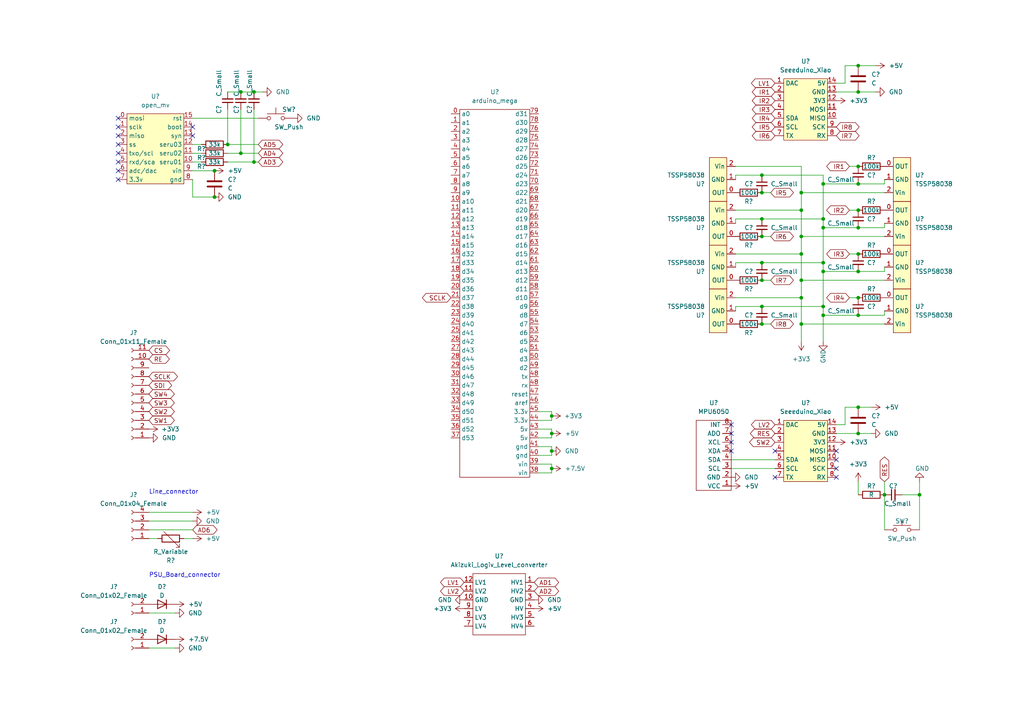
<source format=kicad_sch>
(kicad_sch (version 20211123) (generator eeschema)
  (paper "A4")
  (lib_symbols
    (symbol "Connector:Conn_01x02_Female" (pin_names (offset 1.016) hide)
      (property "Reference" "J" (at 0 2.54 0))
      (property "Value" "Conn_01x02_Female" (at 0 -5.08 0))
      (symbol "Conn_01x02_Female_1_1"
        (arc (start 0 -2.032) (mid -0.508 -2.54) (end 0 -3.048) (stroke (width 0.1524)))
        (polyline (pts (xy -1.27 -2.54) (xy -0.508 -2.54)) (stroke (width 0.1524)))
        (polyline (pts (xy -1.27 0) (xy -0.508 0)) (stroke (width 0.1524)))
        (arc (start 0 0.508) (mid -0.508 0) (end 0 -0.508) (stroke (width 0.1524)))
        (pin passive line (at -5.08 0 0) (length 3.81) (name "Pin_1") (number "1"))
        (pin passive line (at -5.08 -2.54 0) (length 3.81) (name "Pin_2") (number "2"))
      )
    )
    (symbol "Connector:Conn_01x04_Female" (pin_names (offset 1.016) hide)
      (property "Reference" "J" (at 0 5.08 0))
      (property "Value" "Conn_01x04_Female" (at 0 -7.62 0))
      (symbol "Conn_01x04_Female_1_1"
        (arc (start 0 -4.572) (mid -0.508 -5.08) (end 0 -5.588) (stroke (width 0.1524)))
        (arc (start 0 -2.032) (mid -0.508 -2.54) (end 0 -3.048) (stroke (width 0.1524)))
        (polyline (pts (xy -1.27 -5.08) (xy -0.508 -5.08)) (stroke (width 0.1524)))
        (polyline (pts (xy -1.27 -2.54) (xy -0.508 -2.54)) (stroke (width 0.1524)))
        (polyline (pts (xy -1.27 0) (xy -0.508 0)) (stroke (width 0.1524)))
        (polyline (pts (xy -1.27 2.54) (xy -0.508 2.54)) (stroke (width 0.1524)))
        (arc (start 0 0.508) (mid -0.508 0) (end 0 -0.508) (stroke (width 0.1524)))
        (arc (start 0 3.048) (mid -0.508 2.54) (end 0 2.032) (stroke (width 0.1524)))
        (pin passive line (at -5.08 2.54 0) (length 3.81) (name "Pin_1") (number "1"))
        (pin passive line (at -5.08 0 0) (length 3.81) (name "Pin_2") (number "2"))
        (pin passive line (at -5.08 -2.54 0) (length 3.81) (name "Pin_3") (number "3"))
        (pin passive line (at -5.08 -5.08 0) (length 3.81) (name "Pin_4") (number "4"))
      )
    )
    (symbol "Connector:Conn_01x11_Female" (pin_names (offset 1.016) hide)
      (property "Reference" "J" (at 0 15.24 0))
      (property "Value" "Conn_01x11_Female" (at 0 -15.24 0))
      (symbol "Conn_01x11_Female_1_1"
        (arc (start 0 -12.192) (mid -0.508 -12.7) (end 0 -13.208) (stroke (width 0.1524)))
        (arc (start 0 -9.652) (mid -0.508 -10.16) (end 0 -10.668) (stroke (width 0.1524)))
        (arc (start 0 -7.112) (mid -0.508 -7.62) (end 0 -8.128) (stroke (width 0.1524)))
        (arc (start 0 -4.572) (mid -0.508 -5.08) (end 0 -5.588) (stroke (width 0.1524)))
        (arc (start 0 -2.032) (mid -0.508 -2.54) (end 0 -3.048) (stroke (width 0.1524)))
        (polyline (pts (xy -1.27 -12.7) (xy -0.508 -12.7)) (stroke (width 0.1524)))
        (polyline (pts (xy -1.27 -10.16) (xy -0.508 -10.16)) (stroke (width 0.1524)))
        (polyline (pts (xy -1.27 -7.62) (xy -0.508 -7.62)) (stroke (width 0.1524)))
        (polyline (pts (xy -1.27 -5.08) (xy -0.508 -5.08)) (stroke (width 0.1524)))
        (polyline (pts (xy -1.27 -2.54) (xy -0.508 -2.54)) (stroke (width 0.1524)))
        (polyline (pts (xy -1.27 0) (xy -0.508 0)) (stroke (width 0.1524)))
        (polyline (pts (xy -1.27 2.54) (xy -0.508 2.54)) (stroke (width 0.1524)))
        (polyline (pts (xy -1.27 5.08) (xy -0.508 5.08)) (stroke (width 0.1524)))
        (polyline (pts (xy -1.27 7.62) (xy -0.508 7.62)) (stroke (width 0.1524)))
        (polyline (pts (xy -1.27 10.16) (xy -0.508 10.16)) (stroke (width 0.1524)))
        (polyline (pts (xy -1.27 12.7) (xy -0.508 12.7)) (stroke (width 0.1524)))
        (arc (start 0 0.508) (mid -0.508 0) (end 0 -0.508) (stroke (width 0.1524)))
        (arc (start 0 3.048) (mid -0.508 2.54) (end 0 2.032) (stroke (width 0.1524)))
        (arc (start 0 5.588) (mid -0.508 5.08) (end 0 4.572) (stroke (width 0.1524)))
        (arc (start 0 8.128) (mid -0.508 7.62) (end 0 7.112) (stroke (width 0.1524)))
        (arc (start 0 10.668) (mid -0.508 10.16) (end 0 9.652) (stroke (width 0.1524)))
        (arc (start 0 13.208) (mid -0.508 12.7) (end 0 12.192) (stroke (width 0.1524)))
        (pin passive line (at -5.08 12.7 0) (length 3.81) (name "Pin_1") (number "1"))
        (pin passive line (at -5.08 -10.16 0) (length 3.81) (name "Pin_10") (number "10"))
        (pin passive line (at -5.08 -12.7 0) (length 3.81) (name "Pin_11") (number "11"))
        (pin passive line (at -5.08 10.16 0) (length 3.81) (name "Pin_2") (number "2"))
        (pin passive line (at -5.08 7.62 0) (length 3.81) (name "Pin_3") (number "3"))
        (pin passive line (at -5.08 5.08 0) (length 3.81) (name "Pin_4") (number "4"))
        (pin passive line (at -5.08 2.54 0) (length 3.81) (name "Pin_5") (number "5"))
        (pin passive line (at -5.08 0 0) (length 3.81) (name "Pin_6") (number "6"))
        (pin passive line (at -5.08 -2.54 0) (length 3.81) (name "Pin_7") (number "7"))
        (pin passive line (at -5.08 -5.08 0) (length 3.81) (name "Pin_8") (number "8"))
        (pin passive line (at -5.08 -7.62 0) (length 3.81) (name "Pin_9") (number "9"))
      )
    )
    (symbol "Device:C" (pin_numbers hide) (pin_names (offset 0.254))
      (property "Reference" "C" (at 0.635 2.54 0))
      (property "Value" "C" (at 0.635 -2.54 0))
      (symbol "C_0_1"
        (polyline (pts (xy -2.032 -0.762) (xy 2.032 -0.762)) (stroke (width 0.508)))
        (polyline (pts (xy -2.032 0.762) (xy 2.032 0.762)) (stroke (width 0.508)))
      )
      (symbol "C_1_1"
        (pin passive line (at 0 3.81 270) (length 2.794) (name "~") (number "1"))
        (pin passive line (at 0 -3.81 90) (length 2.794) (name "~") (number "2"))
      )
    )
    (symbol "Device:C_Small" (pin_numbers hide) (pin_names (offset 0.254) hide)
      (property "Reference" "C" (at 0.254 1.778 0))
      (property "Value" "C_Small" (at 0.254 -2.032 0))
      (symbol "C_Small_0_1"
        (polyline (pts (xy -1.524 -0.508) (xy 1.524 -0.508)) (stroke (width 0.3302)))
        (polyline (pts (xy -1.524 0.508) (xy 1.524 0.508)) (stroke (width 0.3048)))
      )
      (symbol "C_Small_1_1"
        (pin passive line (at 0 2.54 270) (length 2.032) (name "~") (number "1"))
        (pin passive line (at 0 -2.54 90) (length 2.032) (name "~") (number "2"))
      )
    )
    (symbol "Device:D" (pin_numbers hide) (pin_names (offset 1.016) hide)
      (property "Reference" "D" (at 0 2.54 0))
      (property "Value" "D" (at 0 -2.54 0))
      (symbol "D_0_1"
        (polyline (pts (xy -1.27 1.27) (xy -1.27 -1.27)) (stroke (width 0.254)))
        (polyline (pts (xy 1.27 0) (xy -1.27 0)))
        (polyline (pts (xy 1.27 1.27) (xy 1.27 -1.27) (xy -1.27 0) (xy 1.27 1.27)) (stroke (width 0.254)))
      )
      (symbol "D_1_1"
        (pin passive line (at -3.81 0 0) (length 2.54) (name "K") (number "1"))
        (pin passive line (at 3.81 0 180) (length 2.54) (name "A") (number "2"))
      )
    )
    (symbol "Device:R" (pin_numbers hide) (pin_names (offset 0))
      (property "Reference" "R" (at 2.032 0 90))
      (property "Value" "R" (at 0 0 90))
      (symbol "R_0_1"
        (rectangle (start -1.016 -2.54) (end 1.016 2.54) (stroke (width 0.254)))
      )
      (symbol "R_1_1"
        (pin passive line (at 0 3.81 270) (length 1.27) (name "~") (number "1"))
        (pin passive line (at 0 -3.81 90) (length 1.27) (name "~") (number "2"))
      )
    )
    (symbol "Device:R_Variable" (pin_numbers hide) (pin_names (offset 0))
      (property "Reference" "R" (at 2.54 -2.54 90))
      (property "Value" "R_Variable" (at -2.54 -1.27 90))
      (symbol "R_Variable_0_1"
        (rectangle (start -1.016 -2.54) (end 1.016 2.54) (stroke (width 0.254)))
        (polyline (pts (xy 2.54 1.524) (xy 2.54 2.54) (xy 1.524 2.54) (xy 2.54 2.54) (xy -2.032 -2.032)))
      )
      (symbol "R_Variable_1_1"
        (pin passive line (at 0 3.81 270) (length 1.27) (name "~") (number "1"))
        (pin passive line (at 0 -3.81 90) (length 1.27) (name "~") (number "2"))
      )
    )
    (symbol "Logic_Level_Converter:Akizuki_Logiv_Level_converter"
      (property "Reference" "U" (at 0 -10.16 0))
      (property "Value" "Akizuki_Logiv_Level_converter" (at 1.27 10.16 0))
      (symbol "Akizuki_Logiv_Level_converter_0_1"
        (rectangle (start 7.62 8.89) (end -7.62 -8.89) (stroke (width 0.1524)))
      )
      (symbol "Akizuki_Logiv_Level_converter_1_1"
        (pin bidirectional line (at 10.16 6.35 180) (length 2.54) (name "HV1") (number "1"))
        (pin output line (at -10.16 1.27 0) (length 2.54) (name "GND") (number "10"))
        (pin bidirectional line (at -10.16 3.81 0) (length 2.54) (name "LV2") (number "11"))
        (pin bidirectional line (at -10.16 6.35 0) (length 2.54) (name "LV1") (number "12"))
        (pin bidirectional line (at 10.16 3.81 180) (length 2.54) (name "HV2") (number "2"))
        (pin output line (at 10.16 1.27 180) (length 2.54) (name "GND") (number "3"))
        (pin input line (at 10.16 -1.27 180) (length 2.54) (name "HV") (number "4"))
        (pin bidirectional line (at 10.16 -3.81 180) (length 2.54) (name "HV3") (number "5"))
        (pin bidirectional line (at 10.16 -6.35 180) (length 2.54) (name "HV4") (number "6"))
        (pin bidirectional line (at -10.16 -6.35 0) (length 2.54) (name "LV4") (number "7"))
        (pin bidirectional line (at -10.16 -3.81 0) (length 2.54) (name "LV3") (number "8"))
        (pin input line (at -10.16 -1.27 0) (length 2.54) (name "LV") (number "9"))
      )
    )
    (symbol "Switch:SW_Push" (pin_numbers hide) (pin_names (offset 1.016) hide)
      (property "Reference" "SW" (at 1.27 2.54 0))
      (property "Value" "SW_Push" (at 0 -1.524 0))
      (symbol "SW_Push_0_1"
        (circle (center -2.032 0) (radius 0.508))
        (polyline (pts (xy 0 1.27) (xy 0 3.048)))
        (polyline (pts (xy 2.54 1.27) (xy -2.54 1.27)))
        (circle (center 2.032 0) (radius 0.508))
        (pin passive line (at -5.08 0 0) (length 2.54) (name "1") (number "1"))
        (pin passive line (at 5.08 0 180) (length 2.54) (name "2") (number "2"))
      )
    )
    (symbol "TSSP58038_1"
      (property "Reference" "U" (at 0 8.89 0))
      (property "Value" "TSSP58038_1" (at 0 6.35 0))
      (symbol "TSSP58038_1_0_1"
        (rectangle (start -6.35 5.08) (end 6.35 0) (fill (type background)))
      )
      (symbol "TSSP58038_1_1_1"
        (pin output line (at -3.81 -2.54 90) (length 2.54) (name "OUT") (number "0"))
        (pin input line (at 0 -2.54 90) (length 2.54) (name "GND") (number "1"))
        (pin power_in line (at 3.81 -2.54 90) (length 2.54) (name "Vin") (number "2"))
      )
    )
    (symbol "TSSP58038_2"
      (property "Reference" "U" (at 0 8.89 0))
      (property "Value" "TSSP58038_2" (at 0 6.35 0))
      (symbol "TSSP58038_2_0_1"
        (rectangle (start -6.35 5.08) (end 6.35 0) (fill (type background)))
      )
      (symbol "TSSP58038_2_1_1"
        (pin output line (at -3.81 -2.54 90) (length 2.54) (name "OUT") (number "0"))
        (pin input line (at 0 -2.54 90) (length 2.54) (name "GND") (number "1"))
        (pin power_in line (at 3.81 -2.54 90) (length 2.54) (name "Vin") (number "2"))
      )
    )
    (symbol "TSSP58038_3"
      (property "Reference" "U" (at 0 8.89 0))
      (property "Value" "TSSP58038_3" (at 0 6.35 0))
      (symbol "TSSP58038_3_0_1"
        (rectangle (start -6.35 5.08) (end 6.35 0) (fill (type background)))
      )
      (symbol "TSSP58038_3_1_1"
        (pin output line (at -3.81 -2.54 90) (length 2.54) (name "OUT") (number "0"))
        (pin input line (at 0 -2.54 90) (length 2.54) (name "GND") (number "1"))
        (pin power_in line (at 3.81 -2.54 90) (length 2.54) (name "Vin") (number "2"))
      )
    )
    (symbol "TSSP58038_4"
      (property "Reference" "U" (at 0 8.89 0))
      (property "Value" "TSSP58038_4" (at 0 6.35 0))
      (symbol "TSSP58038_4_0_1"
        (rectangle (start -6.35 5.08) (end 6.35 0) (fill (type background)))
      )
      (symbol "TSSP58038_4_1_1"
        (pin output line (at -3.81 -2.54 90) (length 2.54) (name "OUT") (number "0"))
        (pin input line (at 0 -2.54 90) (length 2.54) (name "GND") (number "1"))
        (pin power_in line (at 3.81 -2.54 90) (length 2.54) (name "Vin") (number "2"))
      )
    )
    (symbol "TSSP58038_7"
      (property "Reference" "U" (at 0 8.89 0))
      (property "Value" "TSSP58038_7" (at 0 6.35 0))
      (symbol "TSSP58038_7_0_1"
        (rectangle (start -6.35 5.08) (end 6.35 0) (fill (type background)))
      )
      (symbol "TSSP58038_7_1_1"
        (pin output line (at -3.81 -2.54 90) (length 2.54) (name "OUT") (number "0"))
        (pin input line (at 0 -2.54 90) (length 2.54) (name "GND") (number "1"))
        (pin power_in line (at 3.81 -2.54 90) (length 2.54) (name "Vin") (number "2"))
      )
    )
    (symbol "arduino mega:arduino_mega"
      (property "Reference" "U" (at 0 2.54 0))
      (property "Value" "arduino_mega" (at 0 0 0))
      (symbol "arduino_mega_0_1"
        (rectangle (start -10.16 -2.54) (end 10.16 -109.22))
      )
      (symbol "arduino_mega_1_1"
        (pin bidirectional line (at -12.7 -3.81 0) (length 2.54) (name "a0") (number "0"))
        (pin bidirectional line (at -12.7 -6.35 0) (length 2.54) (name "a1") (number "1"))
        (pin bidirectional line (at -12.7 -29.21 0) (length 2.54) (name "a10") (number "10"))
        (pin bidirectional line (at -12.7 -31.75 0) (length 2.54) (name "a11") (number "11"))
        (pin bidirectional line (at -12.7 -34.29 0) (length 2.54) (name "a12") (number "12"))
        (pin bidirectional line (at -12.7 -36.83 0) (length 2.54) (name "a13") (number "13"))
        (pin bidirectional line (at -12.7 -39.37 0) (length 2.54) (name "a14") (number "14"))
        (pin bidirectional line (at -12.7 -41.91 0) (length 2.54) (name "a15") (number "15"))
        (pin bidirectional line (at -12.7 -44.45 0) (length 2.54) (name "d32") (number "16"))
        (pin bidirectional line (at -12.7 -46.99 0) (length 2.54) (name "d33") (number "17"))
        (pin bidirectional line (at -12.7 -49.53 0) (length 2.54) (name "d34") (number "18"))
        (pin bidirectional line (at -12.7 -52.07 0) (length 2.54) (name "d35") (number "19"))
        (pin bidirectional line (at -12.7 -8.89 0) (length 2.54) (name "a2") (number "2"))
        (pin bidirectional line (at -12.7 -54.61 0) (length 2.54) (name "d36") (number "20"))
        (pin bidirectional line (at -12.7 -57.15 0) (length 2.54) (name "d37") (number "21"))
        (pin bidirectional line (at -12.7 -59.69 0) (length 2.54) (name "d38") (number "22"))
        (pin bidirectional line (at -12.7 -62.23 0) (length 2.54) (name "d39") (number "23"))
        (pin bidirectional line (at -12.7 -64.77 0) (length 2.54) (name "d40") (number "24"))
        (pin bidirectional line (at -12.7 -67.31 0) (length 2.54) (name "d41") (number "25"))
        (pin bidirectional line (at -12.7 -69.85 0) (length 2.54) (name "d42") (number "26"))
        (pin bidirectional line (at -12.7 -72.39 0) (length 2.54) (name "d43") (number "27"))
        (pin bidirectional line (at -12.7 -74.93 0) (length 2.54) (name "d44") (number "28"))
        (pin bidirectional line (at -12.7 -77.47 0) (length 2.54) (name "d45") (number "29"))
        (pin bidirectional line (at -12.7 -11.43 0) (length 2.54) (name "a3") (number "3"))
        (pin bidirectional line (at -12.7 -80.01 0) (length 2.54) (name "d46") (number "30"))
        (pin bidirectional line (at -12.7 -82.55 0) (length 2.54) (name "d47") (number "31"))
        (pin bidirectional line (at -12.7 -85.09 0) (length 2.54) (name "d48") (number "32"))
        (pin bidirectional line (at -12.7 -87.63 0) (length 2.54) (name "d49") (number "33"))
        (pin bidirectional line (at -12.7 -90.17 0) (length 2.54) (name "d50") (number "34"))
        (pin bidirectional line (at -12.7 -92.71 0) (length 2.54) (name "d51") (number "35"))
        (pin bidirectional line (at -12.7 -95.25 0) (length 2.54) (name "d52") (number "36"))
        (pin bidirectional line (at -12.7 -97.79 0) (length 2.54) (name "d53") (number "37"))
        (pin bidirectional line (at 12.7 -107.95 180) (length 2.54) (name "vin") (number "38"))
        (pin bidirectional line (at 12.7 -105.41 180) (length 2.54) (name "vin") (number "39"))
        (pin bidirectional line (at -12.7 -13.97 0) (length 2.54) (name "a4") (number "4"))
        (pin bidirectional line (at 12.7 -102.87 180) (length 2.54) (name "gnd") (number "40"))
        (pin bidirectional line (at 12.7 -100.33 180) (length 2.54) (name "gnd") (number "41"))
        (pin bidirectional line (at 12.7 -97.79 180) (length 2.54) (name "5v") (number "42"))
        (pin bidirectional line (at 12.7 -95.25 180) (length 2.54) (name "5v") (number "43"))
        (pin bidirectional line (at 12.7 -92.71 180) (length 2.54) (name "3.3v") (number "44"))
        (pin bidirectional line (at 12.7 -90.17 180) (length 2.54) (name "3.3v") (number "45"))
        (pin bidirectional line (at 12.7 -87.63 180) (length 2.54) (name "aref") (number "46"))
        (pin bidirectional line (at 12.7 -85.09 180) (length 2.54) (name "reset") (number "47"))
        (pin bidirectional line (at 12.7 -82.55 180) (length 2.54) (name "rx") (number "48"))
        (pin bidirectional line (at 12.7 -80.01 180) (length 2.54) (name "tx") (number "48"))
        (pin bidirectional line (at 12.7 -77.47 180) (length 2.54) (name "d2") (number "49"))
        (pin bidirectional line (at -12.7 -16.51 0) (length 2.54) (name "a5") (number "5"))
        (pin bidirectional line (at 12.7 -74.93 180) (length 2.54) (name "d3") (number "50"))
        (pin bidirectional line (at 12.7 -72.39 180) (length 2.54) (name "d4") (number "51"))
        (pin bidirectional line (at 12.7 -69.85 180) (length 2.54) (name "d5") (number "52"))
        (pin bidirectional line (at 12.7 -67.31 180) (length 2.54) (name "d6") (number "53"))
        (pin bidirectional line (at 12.7 -64.77 180) (length 2.54) (name "d7") (number "54"))
        (pin bidirectional line (at 12.7 -62.23 180) (length 2.54) (name "d8") (number "55"))
        (pin bidirectional line (at 12.7 -59.69 180) (length 2.54) (name "d9") (number "56"))
        (pin bidirectional line (at 12.7 -57.15 180) (length 2.54) (name "d10") (number "57"))
        (pin bidirectional line (at 12.7 -54.61 180) (length 2.54) (name "d11") (number "58"))
        (pin bidirectional line (at 12.7 -52.07 180) (length 2.54) (name "d12") (number "59"))
        (pin bidirectional line (at -12.7 -19.05 0) (length 2.54) (name "a6") (number "6"))
        (pin bidirectional line (at 12.7 -49.53 180) (length 2.54) (name "d13") (number "60"))
        (pin bidirectional line (at 12.7 -46.99 180) (length 2.54) (name "d14") (number "61"))
        (pin bidirectional line (at 12.7 -44.45 180) (length 2.54) (name "d15") (number "62"))
        (pin bidirectional line (at 12.7 -41.91 180) (length 2.54) (name "d16") (number "63"))
        (pin bidirectional line (at 12.7 -39.37 180) (length 2.54) (name "d17") (number "64"))
        (pin bidirectional line (at 12.7 -36.83 180) (length 2.54) (name "d18") (number "65"))
        (pin bidirectional line (at 12.7 -34.29 180) (length 2.54) (name "d19") (number "66"))
        (pin bidirectional line (at 12.7 -31.75 180) (length 2.54) (name "d20") (number "67"))
        (pin bidirectional line (at 12.7 -29.21 180) (length 2.54) (name "d21") (number "68"))
        (pin bidirectional line (at 12.7 -26.67 180) (length 2.54) (name "d22") (number "69"))
        (pin bidirectional line (at -12.7 -21.59 0) (length 2.54) (name "a7") (number "7"))
        (pin bidirectional line (at 12.7 -24.13 180) (length 2.54) (name "d23") (number "70"))
        (pin bidirectional line (at 12.7 -21.59 180) (length 2.54) (name "d24") (number "71"))
        (pin bidirectional line (at 12.7 -19.05 180) (length 2.54) (name "d25") (number "72"))
        (pin bidirectional line (at 12.7 -16.51 180) (length 2.54) (name "d26") (number "73"))
        (pin bidirectional line (at 12.7 -13.97 180) (length 2.54) (name "d27") (number "74"))
        (pin bidirectional line (at 12.7 -11.43 180) (length 2.54) (name "d28") (number "75"))
        (pin bidirectional line (at 12.7 -8.89 180) (length 2.54) (name "d29") (number "76"))
        (pin bidirectional line (at 12.7 -6.35 180) (length 2.54) (name "d30") (number "78"))
        (pin bidirectional line (at 12.7 -3.81 180) (length 2.54) (name "d31") (number "79"))
        (pin bidirectional line (at -12.7 -24.13 0) (length 2.54) (name "a8") (number "8"))
        (pin bidirectional line (at -12.7 -26.67 0) (length 2.54) (name "a9") (number "9"))
      )
    )
    (symbol "mpu6050:MPU6050"
      (property "Reference" "U" (at 0 2.54 0))
      (property "Value" "MPU6050" (at 0 0 0))
      (symbol "MPU6050_0_1"
        (rectangle (start -10.16 -1.27) (end 10.16 -11.43))
      )
      (symbol "MPU6050_1_1"
        (pin bidirectional line (at -8.89 -11.43 90) (length 2.54) (name "VCC") (number "1"))
        (pin bidirectional line (at -6.35 -11.43 90) (length 2.54) (name "GND") (number "2"))
        (pin bidirectional line (at -3.81 -11.43 90) (length 2.54) (name "SCL") (number "3"))
        (pin bidirectional line (at -1.27 -11.43 90) (length 2.54) (name "SDA") (number "4"))
        (pin bidirectional line (at 1.27 -11.43 90) (length 2.54) (name "XDA") (number "5"))
        (pin bidirectional line (at 3.81 -11.43 90) (length 2.54) (name "XCL") (number "6"))
        (pin bidirectional line (at 6.35 -11.43 90) (length 2.54) (name "ADO") (number "7"))
        (pin bidirectional line (at 8.89 -11.43 90) (length 2.54) (name "INT") (number "8"))
      )
    )
    (symbol "open_mv:open_mv"
      (property "Reference" "U" (at 0 3.81 0))
      (property "Value" "open_mv" (at 0 1.27 0))
      (symbol "open_mv_0_1"
        (rectangle (start -8.89 0) (end 7.62 -20.32) (fill (type background)))
      )
      (symbol "open_mv_1_1"
        (pin bidirectional line (at -11.43 -1.27 0) (length 2.54) (name "mosi") (number "0"))
        (pin bidirectional line (at -11.43 -3.81 0) (length 2.54) (name "sclk") (number "1"))
        (pin bidirectional line (at 10.16 -13.97 180) (length 2.54) (name "seru01") (number "10"))
        (pin bidirectional line (at 10.16 -11.43 180) (length 2.54) (name "seru02") (number "11"))
        (pin bidirectional line (at 10.16 -8.89 180) (length 2.54) (name "seru03") (number "12"))
        (pin bidirectional line (at 10.16 -6.35 180) (length 2.54) (name "syn") (number "13"))
        (pin bidirectional line (at 10.16 -3.81 180) (length 2.54) (name "boot") (number "14"))
        (pin bidirectional line (at 10.16 -1.27 180) (length 2.54) (name "rst") (number "15"))
        (pin bidirectional line (at -11.43 -6.35 0) (length 2.54) (name "miso") (number "2"))
        (pin bidirectional line (at -11.43 -8.89 0) (length 2.54) (name "ss") (number "3"))
        (pin bidirectional line (at -11.43 -11.43 0) (length 2.54) (name "txo/scl") (number "4"))
        (pin bidirectional line (at -11.43 -13.97 0) (length 2.54) (name "rxd/sca") (number "5"))
        (pin bidirectional line (at -11.43 -16.51 0) (length 2.54) (name "adc/dac") (number "6"))
        (pin power_out line (at -11.43 -19.05 0) (length 2.54) (name "3.3v") (number "7"))
        (pin bidirectional line (at 10.16 -19.05 180) (length 2.54) (name "gnd") (number "8"))
        (pin power_out line (at 10.16 -16.51 180) (length 2.54) (name "vin") (number "9"))
      )
    )
    (symbol "power:+3.3V" (power) (pin_names (offset 0))
      (property "Value" "+3.3V" (at 0 3.556 0))
      (symbol "+3.3V_0_1"
        (polyline (pts (xy -0.762 1.27) (xy 0 2.54)))
        (polyline (pts (xy 0 0) (xy 0 2.54)))
        (polyline (pts (xy 0 2.54) (xy 0.762 1.27)))
      )
      (symbol "+3.3V_1_1"
        (pin power_in line (at 0 0 90) (length 0) hide (name "+3V3") (number "1"))
      )
    )
    (symbol "power:+5V" (power) (pin_names (offset 0))
      (property "Value" "+5V" (at 0 3.556 0))
      (symbol "+5V_0_1"
        (polyline (pts (xy -0.762 1.27) (xy 0 2.54)))
        (polyline (pts (xy 0 0) (xy 0 2.54)))
        (polyline (pts (xy 0 2.54) (xy 0.762 1.27)))
      )
      (symbol "+5V_1_1"
        (pin power_in line (at 0 0 90) (length 0) hide (name "+5V") (number "1"))
      )
    )
    (symbol "power:+7.5V" (power) (pin_names (offset 0))
      (property "Value" "+7.5V" (at 0 3.556 0))
      (symbol "+7.5V_0_1"
        (polyline (pts (xy -0.762 1.27) (xy 0 2.54)))
        (polyline (pts (xy 0 0) (xy 0 2.54)))
        (polyline (pts (xy 0 2.54) (xy 0.762 1.27)))
      )
      (symbol "+7.5V_1_1"
        (pin power_in line (at 0 0 90) (length 0) hide (name "+7.5V") (number "1"))
      )
    )
    (symbol "power:GND" (power) (pin_names (offset 0))
      (property "Value" "GND" (at 0 -3.81 0))
      (symbol "GND_0_1"
        (polyline (pts (xy 0 0) (xy 0 -1.27) (xy 1.27 -1.27) (xy 0 -2.54) (xy -1.27 -1.27) (xy 0 -1.27)))
      )
      (symbol "GND_1_1"
        (pin power_in line (at 0 0 270) (length 0) hide (name "GND") (number "1"))
      )
    )
    (symbol "seeeduino_xiao:Seeeduino_Xiao"
      (property "Reference" "U" (at 0 12.7 0))
      (property "Value" "Seeeduino_Xiao" (at 0 10.16 0))
      (symbol "Seeeduino_Xiao_0_1"
        (rectangle (start -6.35 7.62) (end 6.35 -10.16) (fill (type background)))
      )
      (symbol "Seeeduino_Xiao_1_1"
        (pin bidirectional line (at -8.89 6.35 0) (length 2.54) (name "DAC") (number "1"))
        (pin bidirectional line (at 8.89 -3.81 180) (length 2.54) (name "MISO") (number "10"))
        (pin bidirectional line (at 8.89 -1.27 180) (length 2.54) (name "MOSI") (number "11"))
        (pin power_out line (at 8.89 1.27 180) (length 2.54) (name "3V3") (number "12"))
        (pin bidirectional line (at 8.89 3.81 180) (length 2.54) (name "GND") (number "13"))
        (pin power_in line (at 8.89 6.35 180) (length 2.54) (name "5V") (number "14"))
        (pin bidirectional line (at -8.89 3.81 0) (length 2.54) (name "") (number "2"))
        (pin bidirectional line (at -8.89 1.27 0) (length 2.54) (name "") (number "3"))
        (pin bidirectional line (at -8.89 -1.27 0) (length 2.54) (name "") (number "4"))
        (pin bidirectional line (at -8.89 -3.81 0) (length 2.54) (name "SDA") (number "5"))
        (pin bidirectional line (at -8.89 -6.35 0) (length 2.54) (name "SCL") (number "6"))
        (pin bidirectional line (at -8.89 -8.89 0) (length 2.54) (name "TX") (number "7"))
        (pin bidirectional line (at 8.89 -8.89 180) (length 2.54) (name "RX") (number "8"))
        (pin bidirectional line (at 8.89 -6.35 180) (length 2.54) (name "SCK") (number "9"))
      )
    )
  )
  (junction (at 220.98 55.88))
  (junction (at 220.98 81.28))
  (junction (at 238.76 91.44))
  (junction (at 248.92 66.04))
  (junction (at 160.02 125.73))
  (junction (at 232.41 73.66))
  (junction (at 220.98 63.5))
  (junction (at 69.85 44.45))
  (junction (at 62.23 49.53))
  (junction (at 232.41 68.58))
  (junction (at 220.98 93.98))
  (junction (at 248.92 125.73))
  (junction (at 73.66 46.99))
  (junction (at 220.98 68.58))
  (junction (at 248.92 118.11))
  (junction (at 238.76 88.9))
  (junction (at 66.04 41.91))
  (junction (at 248.92 53.34))
  (junction (at 248.92 91.44))
  (junction (at 238.76 63.5))
  (junction (at 248.92 19.05))
  (junction (at 248.92 73.66))
  (junction (at 220.98 50.8))
  (junction (at 238.76 78.74))
  (junction (at 248.92 78.74))
  (junction (at 62.23 57.15))
  (junction (at 266.7 143.51))
  (junction (at 248.92 48.26))
  (junction (at 256.54 143.51))
  (junction (at 220.98 88.9))
  (junction (at 238.76 76.2))
  (junction (at 248.92 26.67))
  (junction (at 232.41 55.88))
  (junction (at 238.76 66.04))
  (junction (at 73.66 26.67))
  (junction (at 232.41 81.28))
  (junction (at 238.76 53.34))
  (junction (at 160.02 135.89))
  (junction (at 232.41 93.98))
  (junction (at 248.92 60.96))
  (junction (at 160.02 130.81))
  (junction (at 248.92 86.36))
  (junction (at 160.02 120.65))
  (junction (at 232.41 86.36))
  (junction (at 220.98 76.2))
  (junction (at 69.85 26.67))
  (junction (at 232.41 60.96))
  (no_connect (at 55.88 36.83))
  (no_connect (at 242.57 130.81))
  (no_connect (at 55.88 39.37))
  (no_connect (at 34.29 39.37))
  (no_connect (at 212.09 123.19))
  (no_connect (at 242.57 133.35))
  (no_connect (at 34.29 36.83))
  (no_connect (at 224.79 138.43))
  (no_connect (at 34.29 49.53))
  (no_connect (at 212.09 125.73))
  (no_connect (at 34.29 41.91))
  (no_connect (at 212.09 130.81))
  (no_connect (at 212.09 128.27))
  (no_connect (at 34.29 46.99))
  (no_connect (at 34.29 34.29))
  (no_connect (at 34.29 44.45))
  (no_connect (at 224.79 130.81))
  (no_connect (at 34.29 52.07))
  (no_connect (at 242.57 135.89))
  (no_connect (at 242.57 138.43))
  (wire (pts (xy 245.11 24.13) (xy 245.11 19.05)))
  (wire (pts (xy 246.38 73.66) (xy 248.92 73.66)))
  (wire (pts (xy 220.98 50.8) (xy 238.76 50.8)))
  (wire (pts (xy 160.02 137.16) (xy 160.02 135.89)))
  (wire (pts (xy 238.76 53.34) (xy 238.76 63.5)))
  (wire (pts (xy 213.36 73.66) (xy 232.41 73.66)))
  (wire (pts (xy 43.18 156.21) (xy 45.72 156.21)))
  (wire (pts (xy 213.36 77.47) (xy 213.36 76.2)))
  (wire (pts (xy 246.38 48.26) (xy 248.92 48.26)))
  (wire (pts (xy 43.18 187.96) (xy 50.8 187.96)))
  (wire (pts (xy 213.36 64.77) (xy 213.36 63.5)))
  (wire (pts (xy 232.41 73.66) (xy 232.41 81.28)))
  (wire (pts (xy 213.36 60.96) (xy 232.41 60.96)))
  (wire (pts (xy 248.92 139.7) (xy 248.92 143.51)))
  (wire (pts (xy 245.11 19.05) (xy 248.92 19.05)))
  (wire (pts (xy 213.36 50.8) (xy 213.36 52.07)))
  (wire (pts (xy 55.88 57.15) (xy 62.23 57.15)))
  (wire (pts (xy 232.41 81.28) (xy 232.41 86.36)))
  (wire (pts (xy 160.02 134.62) (xy 160.02 135.89)))
  (wire (pts (xy 248.92 19.05) (xy 254 19.05)))
  (wire (pts (xy 156.21 134.62) (xy 160.02 134.62)))
  (wire (pts (xy 261.62 143.51) (xy 266.7 143.51)))
  (wire (pts (xy 213.36 88.9) (xy 220.98 88.9)))
  (wire (pts (xy 212.09 135.89) (xy 224.79 135.89)))
  (wire (pts (xy 73.66 31.75) (xy 73.66 46.99)))
  (wire (pts (xy 69.85 26.67) (xy 73.66 26.67)))
  (wire (pts (xy 245.11 118.11) (xy 248.92 118.11)))
  (wire (pts (xy 256.54 90.17) (xy 256.54 91.44)))
  (wire (pts (xy 55.88 49.53) (xy 62.23 49.53)))
  (wire (pts (xy 238.76 78.74) (xy 238.76 88.9)))
  (wire (pts (xy 160.02 121.92) (xy 160.02 120.65)))
  (wire (pts (xy 248.92 53.34) (xy 256.54 53.34)))
  (wire (pts (xy 43.18 151.13) (xy 55.88 151.13)))
  (wire (pts (xy 213.36 90.17) (xy 213.36 88.9)))
  (wire (pts (xy 212.09 133.35) (xy 224.79 133.35)))
  (wire (pts (xy 242.57 123.19) (xy 245.11 123.19)))
  (wire (pts (xy 245.11 123.19) (xy 245.11 118.11)))
  (wire (pts (xy 232.41 86.36) (xy 232.41 93.98)))
  (wire (pts (xy 256.54 91.44) (xy 248.92 91.44)))
  (wire (pts (xy 43.18 177.8) (xy 50.8 177.8)))
  (wire (pts (xy 266.7 139.7) (xy 266.7 143.51)))
  (wire (pts (xy 246.38 60.96) (xy 248.92 60.96)))
  (wire (pts (xy 232.41 68.58) (xy 232.41 73.66)))
  (wire (pts (xy 160.02 129.54) (xy 160.02 130.81)))
  (wire (pts (xy 232.41 55.88) (xy 256.54 55.88)))
  (wire (pts (xy 160.02 132.08) (xy 160.02 130.81)))
  (wire (pts (xy 252.73 125.73) (xy 248.92 125.73)))
  (wire (pts (xy 55.88 52.07) (xy 55.88 57.15)))
  (wire (pts (xy 232.41 48.26) (xy 232.41 55.88)))
  (wire (pts (xy 69.85 31.75) (xy 69.85 44.45)))
  (wire (pts (xy 223.52 68.58) (xy 220.98 68.58)))
  (wire (pts (xy 238.76 91.44) (xy 238.76 99.06)))
  (wire (pts (xy 160.02 119.38) (xy 160.02 120.65)))
  (wire (pts (xy 242.57 24.13) (xy 245.11 24.13)))
  (wire (pts (xy 160.02 124.46) (xy 156.21 124.46)))
  (wire (pts (xy 74.93 34.29) (xy 55.88 34.29)))
  (wire (pts (xy 246.38 86.36) (xy 248.92 86.36)))
  (wire (pts (xy 43.18 148.59) (xy 55.88 148.59)))
  (wire (pts (xy 74.93 41.91) (xy 66.04 41.91)))
  (wire (pts (xy 256.54 139.7) (xy 256.54 143.51)))
  (wire (pts (xy 160.02 125.73) (xy 160.02 124.46)))
  (wire (pts (xy 232.41 81.28) (xy 256.54 81.28)))
  (wire (pts (xy 220.98 88.9) (xy 238.76 88.9)))
  (wire (pts (xy 220.98 50.8) (xy 213.36 50.8)))
  (wire (pts (xy 232.41 68.58) (xy 256.54 68.58)))
  (wire (pts (xy 232.41 93.98) (xy 232.41 99.06)))
  (wire (pts (xy 74.93 44.45) (xy 69.85 44.45)))
  (wire (pts (xy 58.42 46.99) (xy 55.88 46.99)))
  (wire (pts (xy 73.66 46.99) (xy 66.04 46.99)))
  (wire (pts (xy 238.76 53.34) (xy 248.92 53.34)))
  (wire (pts (xy 238.76 66.04) (xy 248.92 66.04)))
  (wire (pts (xy 156.21 132.08) (xy 160.02 132.08)))
  (wire (pts (xy 256.54 64.77) (xy 256.54 66.04)))
  (wire (pts (xy 256.54 143.51) (xy 256.54 153.67)))
  (wire (pts (xy 248.92 118.11) (xy 252.73 118.11)))
  (wire (pts (xy 58.42 41.91) (xy 55.88 41.91)))
  (wire (pts (xy 213.36 63.5) (xy 220.98 63.5)))
  (wire (pts (xy 66.04 26.67) (xy 69.85 26.67)))
  (wire (pts (xy 213.36 76.2) (xy 220.98 76.2)))
  (wire (pts (xy 74.93 46.99) (xy 73.66 46.99)))
  (wire (pts (xy 66.04 31.75) (xy 66.04 41.91)))
  (wire (pts (xy 266.7 143.51) (xy 266.7 153.67)))
  (wire (pts (xy 238.76 63.5) (xy 238.76 66.04)))
  (wire (pts (xy 232.41 93.98) (xy 256.54 93.98)))
  (wire (pts (xy 238.76 50.8) (xy 238.76 53.34)))
  (wire (pts (xy 248.92 26.67) (xy 254 26.67)))
  (wire (pts (xy 156.21 119.38) (xy 160.02 119.38)))
  (wire (pts (xy 53.34 156.21) (xy 55.88 156.21)))
  (wire (pts (xy 43.18 153.67) (xy 55.88 153.67)))
  (wire (pts (xy 238.76 88.9) (xy 238.76 91.44)))
  (wire (pts (xy 223.52 93.98) (xy 220.98 93.98)))
  (wire (pts (xy 232.41 55.88) (xy 232.41 60.96)))
  (wire (pts (xy 248.92 78.74) (xy 256.54 78.74)))
  (wire (pts (xy 69.85 44.45) (xy 66.04 44.45)))
  (wire (pts (xy 223.52 55.88) (xy 220.98 55.88)))
  (wire (pts (xy 156.21 127) (xy 160.02 127)))
  (wire (pts (xy 220.98 63.5) (xy 238.76 63.5)))
  (wire (pts (xy 73.66 26.67) (xy 76.2 26.67)))
  (wire (pts (xy 156.21 121.92) (xy 160.02 121.92)))
  (wire (pts (xy 238.76 91.44) (xy 248.92 91.44)))
  (wire (pts (xy 213.36 86.36) (xy 232.41 86.36)))
  (wire (pts (xy 213.36 48.26) (xy 232.41 48.26)))
  (wire (pts (xy 256.54 53.34) (xy 256.54 52.07)))
  (wire (pts (xy 220.98 76.2) (xy 238.76 76.2)))
  (wire (pts (xy 238.76 76.2) (xy 238.76 78.74)))
  (wire (pts (xy 248.92 66.04) (xy 256.54 66.04)))
  (wire (pts (xy 232.41 60.96) (xy 232.41 68.58)))
  (wire (pts (xy 242.57 26.67) (xy 248.92 26.67)))
  (wire (pts (xy 238.76 78.74) (xy 248.92 78.74)))
  (wire (pts (xy 58.42 44.45) (xy 55.88 44.45)))
  (wire (pts (xy 248.92 125.73) (xy 242.57 125.73)))
  (wire (pts (xy 156.21 137.16) (xy 160.02 137.16)))
  (wire (pts (xy 256.54 78.74) (xy 256.54 77.47)))
  (wire (pts (xy 223.52 81.28) (xy 220.98 81.28)))
  (wire (pts (xy 160.02 127) (xy 160.02 125.73)))
  (wire (pts (xy 156.21 129.54) (xy 160.02 129.54)))
  (wire (pts (xy 238.76 66.04) (xy 238.76 76.2)))
  (text "PSU_Board_connector" (at 43.18 167.64 0) (effects (font (size 1.27 1.27)) (justify left bottom)))
  (text "Line_connector" (at 43.18 143.51 0) (effects (font (size 1.27 1.27)) (justify left bottom)))
  (global_label "SW2" (shape bidirectional) (at 43.18 119.38 0) (property "Intersheet References" "${INTERSHEET_REFS}" (effects hide)))
  (global_label "IR6" (shape bidirectional) (at 223.52 68.58 0) (property "Intersheet References" "${INTERSHEET_REFS}" (effects hide)))
  (global_label "AD1" (shape bidirectional) (at 154.94 168.91 0) (property "Intersheet References" "${INTERSHEET_REFS}" (effects hide)))
  (global_label "LV1" (shape bidirectional) (at 134.62 168.91 180) (property "Intersheet References" "${INTERSHEET_REFS}" (effects hide)))
  (global_label "RES" (shape bidirectional) (at 224.79 125.73 180) (property "Intersheet References" "${INTERSHEET_REFS}" (effects hide)))
  (global_label "SW1" (shape bidirectional) (at 43.18 121.92 0) (property "Intersheet References" "${INTERSHEET_REFS}" (effects hide)))
  (global_label "IR2" (shape bidirectional) (at 246.38 60.96 180) (property "Intersheet References" "${INTERSHEET_REFS}" (effects hide)))
  (global_label "SW4" (shape bidirectional) (at 43.18 114.3 0) (property "Intersheet References" "${INTERSHEET_REFS}" (effects hide)))
  (global_label "AD5" (shape bidirectional) (at 74.93 41.91 0) (property "Intersheet References" "${INTERSHEET_REFS}" (effects hide)))
  (global_label "SW3" (shape bidirectional) (at 43.18 116.84 0) (property "Intersheet References" "${INTERSHEET_REFS}" (effects hide)))
  (global_label "IR1" (shape bidirectional) (at 246.38 48.26 180) (property "Intersheet References" "${INTERSHEET_REFS}" (effects hide)))
  (global_label "CS" (shape bidirectional) (at 43.18 101.6 0) (property "Intersheet References" "${INTERSHEET_REFS}" (effects hide)))
  (global_label "IR3" (shape bidirectional) (at 224.79 31.75 180) (property "Intersheet References" "${INTERSHEET_REFS}" (effects hide)))
  (global_label "IR4" (shape bidirectional) (at 246.38 86.36 180) (property "Intersheet References" "${INTERSHEET_REFS}" (effects hide)))
  (global_label "AD2" (shape bidirectional) (at 154.94 171.45 0) (property "Intersheet References" "${INTERSHEET_REFS}" (effects hide)))
  (global_label "IR5" (shape bidirectional) (at 224.79 36.83 180) (property "Intersheet References" "${INTERSHEET_REFS}" (effects hide)))
  (global_label "IR8" (shape bidirectional) (at 223.52 93.98 0) (property "Intersheet References" "${INTERSHEET_REFS}" (effects hide)))
  (global_label "IR7" (shape bidirectional) (at 223.52 81.28 0) (property "Intersheet References" "${INTERSHEET_REFS}" (effects hide)))
  (global_label "RE" (shape bidirectional) (at 43.18 104.14 0) (property "Intersheet References" "${INTERSHEET_REFS}" (effects hide)))
  (global_label "SCLK" (shape bidirectional) (at 43.18 109.22 0) (property "Intersheet References" "${INTERSHEET_REFS}" (effects hide)))
  (global_label "IR4" (shape bidirectional) (at 224.79 34.29 180) (property "Intersheet References" "${INTERSHEET_REFS}" (effects hide)))
  (global_label "RES" (shape bidirectional) (at 256.54 139.7 90) (property "Intersheet References" "${INTERSHEET_REFS}" (effects hide)))
  (global_label "LV1" (shape bidirectional) (at 224.79 24.13 180) (property "Intersheet References" "${INTERSHEET_REFS}" (effects hide)))
  (global_label "IR6" (shape bidirectional) (at 224.79 39.37 180) (property "Intersheet References" "${INTERSHEET_REFS}" (effects hide)))
  (global_label "IR8" (shape bidirectional) (at 242.57 36.83 0) (property "Intersheet References" "${INTERSHEET_REFS}" (effects hide)))
  (global_label "AD4" (shape bidirectional) (at 74.93 44.45 0) (property "Intersheet References" "${INTERSHEET_REFS}" (effects hide)))
  (global_label "LV2" (shape bidirectional) (at 224.79 123.19 180) (property "Intersheet References" "${INTERSHEET_REFS}" (effects hide)))
  (global_label "IR3" (shape bidirectional) (at 246.38 73.66 180) (property "Intersheet References" "${INTERSHEET_REFS}" (effects hide)))
  (global_label "AD3" (shape bidirectional) (at 74.93 46.99 0) (property "Intersheet References" "${INTERSHEET_REFS}" (effects hide)))
  (global_label "IR7" (shape bidirectional) (at 242.57 39.37 0) (property "Intersheet References" "${INTERSHEET_REFS}" (effects hide)))
  (global_label "IR1" (shape bidirectional) (at 224.79 26.67 180) (property "Intersheet References" "${INTERSHEET_REFS}" (effects hide)))
  (global_label "SW2" (shape bidirectional) (at 224.79 128.27 180) (property "Intersheet References" "${INTERSHEET_REFS}" (effects hide)))
  (global_label "IR5" (shape bidirectional) (at 223.52 55.88 0) (property "Intersheet References" "${INTERSHEET_REFS}" (effects hide)))
  (global_label "LV2" (shape bidirectional) (at 134.62 171.45 180) (property "Intersheet References" "${INTERSHEET_REFS}" (effects hide)))
  (global_label "IR2" (shape bidirectional) (at 224.79 29.21 180) (property "Intersheet References" "${INTERSHEET_REFS}" (effects hide)))
  (global_label "SCLK" (shape bidirectional) (at 130.81 86.36 180) (property "Intersheet References" "${INTERSHEET_REFS}" (effects hide)))
  (global_label "AD6" (shape bidirectional) (at 55.88 153.67 0) (property "Intersheet References" "${INTERSHEET_REFS}" (effects hide)))
  (global_label "SDI" (shape bidirectional) (at 43.18 111.76 0) (property "Intersheet References" "${INTERSHEET_REFS}" (effects hide)))
  (symbol (lib_id "power:+7.5V") (at 160.02 135.89 270) (unit 1)
    (property "Reference" "#PWR?" (effects hide))
    (property "Value" "+7.5V" (at 163.83 135.8899 90) (effects (justify left)))
  )
  (symbol (lib_id "Device:C_Small") (at 220.98 53.34 0) (unit 1)
    (property "Reference" "C?" (at 215.9 53.34 0) (effects (justify left)))
    (property "Value" "C_Small" (at 223.52 53.34 0) (effects (justify left)))
    (property "Footprint" "Capacitor_THT:C_Disc_D3.8mm_W2.6mm_P2.50mm" (effects hide))
  )
  (symbol (lib_id "power:GND") (at 238.76 99.06 0) (unit 1)
    (property "Reference" "#PWR?" (effects hide))
    (property "Value" "GND" (at 238.76 105.41 90) (effects (justify left)))
  )
  (symbol (lib_id "power:+3.3V") (at 232.41 99.06 180) (unit 1)
    (property "Reference" "#PWR?" (effects hide))
    (property "Value" "+3.3V" (at 232.41 104.14 0))
  )
  (symbol (lib_id "power:GND") (at 76.2 26.67 90) (unit 1)
    (property "Reference" "#PWR?" (effects hide))
    (property "Value" "GND" (at 80.01 26.6699 90) (effects (justify right)))
  )
  (symbol (lib_id "Device:R") (at 62.23 44.45 90) (unit 1)
    (property "Reference" "R?" (at 58.42 45.72 90))
    (property "Value" "33k" (at 62.23 44.45 90))
    (property "Footprint" "Resistor_THT:R_Axial_DIN0204_L3.6mm_D1.6mm_P5.08mm_Horizontal" (effects hide))
  )
  (symbol (lib_id "power:+5V") (at 254 19.05 270) (unit 1)
    (property "Reference" "#PWR?" (effects hide))
    (property "Value" "+5V" (at 257.81 19.0499 90) (effects (justify left)))
  )
  (symbol (lib_id "Device:R") (at 252.73 143.51 90) (unit 1)
    (property "Reference" "R?" (at 252.73 140.97 90))
    (property "Value" "R" (at 252.73 143.51 90))
    (property "Footprint" "Resistor_THT:R_Axial_DIN0204_L3.6mm_D1.6mm_P5.08mm_Horizontal" (effects hide))
  )
  (symbol (lib_id "Device:C_Small") (at 248.92 76.2 0) (unit 1)
    (property "Reference" "C?" (at 251.46 76.2 0) (effects (justify left)))
    (property "Value" "C_Small" (at 239.977 77.47 0) (effects (justify left)))
    (property "Footprint" "Capacitor_THT:C_Disc_D3.8mm_W2.6mm_P2.50mm" (effects hide))
  )
  (symbol (lib_id "Device:C_Small") (at 248.92 50.8 0) (unit 1)
    (property "Reference" "C?" (at 251.46 50.8 0) (effects (justify left)))
    (property "Value" "C_Small" (at 239.977 52.07 0) (effects (justify left)))
    (property "Footprint" "Capacitor_THT:C_Disc_D3.8mm_W2.6mm_P2.50mm" (effects hide))
  )
  (symbol (lib_id "power:GND") (at 43.18 127 90) (unit 1)
    (property "Reference" "#PWR?" (effects hide))
    (property "Value" "GND" (at 46.99 126.9999 90) (effects (justify right)))
  )
  (symbol (lib_name "TSSP58038_7") (lib_id "ir_sensor:TSSP58038") (at 210.82 64.77 90) (unit 1)
    (property "Reference" "U?" (at 204.47 66.0401 90) (effects (justify left)))
    (property "Value" "TSSP58038" (at 204.47 63.5001 90) (effects (justify left)))
    (property "Footprint" "Lib:TSSP58038_IR" (effects hide))
  )
  (symbol (lib_id "arduino mega:arduino_mega") (at 143.51 29.21 0) (unit 1)
    (property "Reference" "U?" (at 143.51 26.67 0))
    (property "Value" "arduino_mega" (at 143.51 29.21 0))
  )
  (symbol (lib_name "TSSP58038_4") (lib_id "ir_sensor:TSSP58038") (at 259.08 52.07 270) (unit 1)
    (property "Reference" "U?" (at 265.43 50.7999 90) (effects (justify left)))
    (property "Value" "TSSP58038" (at 265.43 53.3399 90) (effects (justify left)))
    (property "Footprint" "Lib:TSSP58038_IR" (effects hide))
  )
  (symbol (lib_id "power:+5V") (at 50.8 175.26 270) (unit 1)
    (property "Reference" "#PWR?" (effects hide))
    (property "Value" "+5V" (at 54.61 175.2599 90) (effects (justify left)))
  )
  (symbol (lib_id "Device:C_Small") (at 73.66 29.21 180) (unit 1)
    (property "Reference" "C?" (at 72.39 31.75 90))
    (property "Value" "C_Small" (at 72.39 24.13 90))
    (property "Footprint" "Capacitor_THT:C_Disc_D3.8mm_W2.6mm_P2.50mm" (effects hide))
  )
  (symbol (lib_id "Device:R") (at 252.73 60.96 90) (unit 1)
    (property "Reference" "R?" (at 252.73 58.42 90))
    (property "Value" "100k" (at 252.73 60.96 90))
    (property "Footprint" "Resistor_THT:R_Axial_DIN0204_L3.6mm_D1.6mm_P5.08mm_Horizontal" (effects hide))
  )
  (symbol (lib_id "power:GND") (at 134.62 173.99 270) (unit 1)
    (property "Reference" "#PWR?" (effects hide))
    (property "Value" "GND" (at 127 173.99 90) (effects (justify left)))
  )
  (symbol (lib_id "power:GND") (at 160.02 130.81 90) (unit 1)
    (property "Reference" "#PWR?" (effects hide))
    (property "Value" "GND" (at 163.83 130.8099 90) (effects (justify right)))
  )
  (symbol (lib_id "Device:R") (at 217.17 68.58 90) (unit 1)
    (property "Reference" "R?" (at 217.17 71.12 90))
    (property "Value" "100k" (at 217.17 68.58 90))
    (property "Footprint" "Resistor_THT:R_Axial_DIN0204_L3.6mm_D1.6mm_P5.08mm_Horizontal" (effects hide))
  )
  (symbol (lib_id "power:+3.3V") (at 248.92 139.7 0) (unit 1)
    (property "Reference" "#PWR?" (effects hide))
    (property "Value" "+3.3V" (at 248.92 134.62 0))
  )
  (symbol (lib_id "power:+5V") (at 55.88 148.59 270) (unit 1)
    (property "Reference" "#PWR?" (effects hide))
    (property "Value" "+5V" (at 59.69 148.5899 90) (effects (justify left)))
  )
  (symbol (lib_id "power:+7.5V") (at 50.8 185.42 270) (unit 1)
    (property "Reference" "#PWR?" (effects hide))
    (property "Value" "+7.5V" (at 54.61 185.4199 90) (effects (justify left)))
  )
  (symbol (lib_id "power:GND") (at 254 26.67 90) (unit 1)
    (property "Reference" "#PWR?" (effects hide))
    (property "Value" "GND" (at 257.81 26.6699 90) (effects (justify right)))
  )
  (symbol (lib_id "power:+5V") (at 55.88 156.21 270) (unit 1)
    (property "Reference" "#PWR?" (effects hide))
    (property "Value" "+5V" (at 59.69 156.2099 90) (effects (justify left)))
  )
  (symbol (lib_name "TSSP58038_7") (lib_id "ir_sensor:TSSP58038") (at 210.82 90.17 90) (unit 1)
    (property "Reference" "U?" (at 204.47 91.4401 90) (effects (justify left)))
    (property "Value" "TSSP58038" (at 204.47 88.9001 90) (effects (justify left)))
    (property "Footprint" "Lib:TSSP58038_IR" (effects hide))
  )
  (symbol (lib_id "Device:R") (at 62.23 46.99 90) (unit 1)
    (property "Reference" "R?" (at 58.42 48.26 90))
    (property "Value" "33k" (at 62.23 46.99 90))
    (property "Footprint" "Resistor_THT:R_Axial_DIN0204_L3.6mm_D1.6mm_P5.08mm_Horizontal" (effects hide))
  )
  (symbol (lib_id "power:+3.3V") (at 134.62 176.53 90) (unit 1)
    (property "Reference" "#PWR?" (effects hide))
    (property "Value" "+3.3V" (at 125.73 176.53 90) (effects (justify right)))
  )
  (symbol (lib_id "Device:R") (at 217.17 93.98 90) (unit 1)
    (property "Reference" "R?" (at 217.17 96.52 90))
    (property "Value" "100k" (at 217.17 93.98 90))
    (property "Footprint" "Resistor_THT:R_Axial_DIN0204_L3.6mm_D1.6mm_P5.08mm_Horizontal" (effects hide))
  )
  (symbol (lib_id "Connector:Conn_01x02_Female") (at 38.1 177.8 180) (unit 1)
    (property "Reference" "J?" (at 33.02 170.18 0))
    (property "Value" "Conn_01x02_Female" (at 33.02 172.72 0))
  )
  (symbol (lib_name "TSSP58038_1") (lib_id "ir_sensor:TSSP58038") (at 259.08 90.17 270) (unit 1)
    (property "Reference" "U?" (at 265.43 88.8999 90) (effects (justify left)))
    (property "Value" "TSSP58038" (at 265.43 91.4399 90) (effects (justify left)))
    (property "Footprint" "Lib:TSSP58038_IR" (effects hide))
  )
  (symbol (lib_id "power:+3.3V") (at 242.57 128.27 270) (unit 1)
    (property "Reference" "#PWR?" (effects hide))
    (property "Value" "+3.3V" (at 246.38 128.2699 90) (effects (justify left)))
  )
  (symbol (lib_id "power:GND") (at 252.73 125.73 90) (unit 1)
    (property "Reference" "#PWR?" (effects hide))
    (property "Value" "GND" (at 256.54 125.7299 90) (effects (justify right)))
  )
  (symbol (lib_id "mpu6050:MPU6050") (at 200.66 132.08 90) (unit 1)
    (property "Reference" "U?" (at 207.01 116.84 90))
    (property "Value" "MPU6050" (at 207.01 119.38 90))
    (property "Footprint" "Lib:MPU6050" (effects hide))
  )
  (symbol (lib_id "power:GND") (at 266.7 139.7 180) (unit 1)
    (property "Reference" "#PWR?" (effects hide))
    (property "Value" "GND" (at 265.43 135.89 0) (effects (justify right)))
  )
  (symbol (lib_id "Device:C") (at 248.92 22.86 0) (unit 1)
    (property "Reference" "C?" (at 252.73 21.5899 0) (effects (justify left)))
    (property "Value" "C" (at 252.73 24.1299 0) (effects (justify left)))
  )
  (symbol (lib_id "Device:R") (at 252.73 48.26 90) (unit 1)
    (property "Reference" "R?" (at 252.73 45.72 90))
    (property "Value" "100k" (at 252.73 48.26 90))
    (property "Footprint" "Resistor_THT:R_Axial_DIN0204_L3.6mm_D1.6mm_P5.08mm_Horizontal" (effects hide))
  )
  (symbol (lib_id "power:+5V") (at 154.94 176.53 270) (unit 1)
    (property "Reference" "#PWR?" (effects hide))
    (property "Value" "+5V" (at 158.75 176.5299 90) (effects (justify left)))
  )
  (symbol (lib_id "Device:R_Variable") (at 49.53 156.21 270) (unit 1)
    (property "Reference" "R?" (at 49.53 162.56 90))
    (property "Value" "R_Variable" (at 49.53 160.02 90))
  )
  (symbol (lib_name "TSSP58038_7") (lib_id "ir_sensor:TSSP58038") (at 210.82 77.47 90) (unit 1)
    (property "Reference" "U?" (at 204.47 78.7401 90) (effects (justify left)))
    (property "Value" "TSSP58038" (at 204.47 76.2001 90) (effects (justify left)))
    (property "Footprint" "Lib:TSSP58038_IR" (effects hide))
  )
  (symbol (lib_id "Device:R") (at 217.17 55.88 90) (unit 1)
    (property "Reference" "R?" (at 217.17 58.42 90))
    (property "Value" "100k" (at 217.17 55.88 90))
    (property "Footprint" "Resistor_THT:R_Axial_DIN0204_L3.6mm_D1.6mm_P5.08mm_Horizontal" (effects hide))
  )
  (symbol (lib_id "Switch:SW_Push") (at 261.62 153.67 0) (unit 1)
    (property "Reference" "SW?" (at 261.62 151.13 0))
    (property "Value" "SW_Push" (at 261.62 156.21 0))
    (property "Footprint" "Button_Switch_THT:SW_PUSH_6mm_H5mm" (effects hide))
  )
  (symbol (lib_id "Device:C_Small") (at 259.08 143.51 90) (unit 1)
    (property "Reference" "C?" (at 259.08 140.97 90))
    (property "Value" "C_Small" (at 260.35 146.05 90))
    (property "Footprint" "Capacitor_THT:C_Disc_D3.8mm_W2.6mm_P2.50mm" (effects hide))
  )
  (symbol (lib_name "TSSP58038_2") (lib_id "ir_sensor:TSSP58038") (at 259.08 77.47 270) (unit 1)
    (property "Reference" "U?" (at 265.43 76.1999 90) (effects (justify left)))
    (property "Value" "TSSP58038" (at 265.43 78.7399 90) (effects (justify left)))
    (property "Footprint" "Lib:TSSP58038_IR" (effects hide))
  )
  (symbol (lib_id "Logic_Level_Converter:Akizuki_Logiv_Level_converter") (at 144.78 175.26 0) (unit 1)
    (property "Reference" "U?" (at 144.78 161.29 0))
    (property "Value" "Akizuki_Logiv_Level_converter" (at 144.78 163.83 0))
  )
  (symbol (lib_id "power:GND") (at 50.8 187.96 90) (unit 1)
    (property "Reference" "#PWR?" (effects hide))
    (property "Value" "GND" (at 54.61 187.9599 90) (effects (justify right)))
  )
  (symbol (lib_id "Device:D") (at 46.99 175.26 180) (unit 1)
    (property "Reference" "D?" (at 46.99 170.18 0))
    (property "Value" "D" (at 46.99 172.72 0))
  )
  (symbol (lib_id "power:GND") (at 62.23 57.15 90) (unit 1)
    (property "Reference" "#PWR?" (effects hide))
    (property "Value" "GND" (at 66.04 57.1499 90) (effects (justify right)))
  )
  (symbol (lib_id "seeeduino_xiao:Seeeduino_Xiao") (at 233.68 30.48 0) (unit 1)
    (property "Reference" "U?" (at 233.68 17.78 0))
    (property "Value" "Seeeduino_Xiao" (at 233.68 20.32 0))
  )
  (symbol (lib_id "open_mv:open_mv") (at 45.72 33.02 0) (unit 1)
    (property "Reference" "U?" (at 45.085 27.94 0))
    (property "Value" "open_mv" (at 45.085 30.48 0))
    (property "Footprint" "Lib:OpenMV" (effects hide))
  )
  (symbol (lib_id "Device:C_Small") (at 220.98 66.04 0) (unit 1)
    (property "Reference" "C?" (at 215.9 66.04 0) (effects (justify left)))
    (property "Value" "C_Small" (at 223.52 66.04 0) (effects (justify left)))
    (property "Footprint" "Capacitor_THT:C_Disc_D3.8mm_W2.6mm_P2.50mm" (effects hide))
  )
  (symbol (lib_id "power:GND") (at 154.94 173.99 90) (unit 1)
    (property "Reference" "#PWR?" (effects hide))
    (property "Value" "GND" (at 158.75 173.9899 90) (effects (justify right)))
  )
  (symbol (lib_id "Connector:Conn_01x04_Female") (at 38.1 153.67 180) (unit 1)
    (property "Reference" "J?" (at 38.735 143.51 0))
    (property "Value" "Conn_01x04_Female" (at 38.735 146.05 0))
  )
  (symbol (lib_id "power:+3.3V") (at 160.02 120.65 270) (unit 1)
    (property "Reference" "#PWR?" (effects hide))
    (property "Value" "+3.3V" (at 168.91 120.65 90) (effects (justify right)))
  )
  (symbol (lib_id "Device:R") (at 62.23 41.91 90) (unit 1)
    (property "Reference" "R?" (at 58.42 43.18 90))
    (property "Value" "33k" (at 62.23 41.91 90))
    (property "Footprint" "Resistor_THT:R_Axial_DIN0204_L3.6mm_D1.6mm_P5.08mm_Horizontal" (effects hide))
  )
  (symbol (lib_id "Device:C_Small") (at 248.92 88.9 0) (unit 1)
    (property "Reference" "C?" (at 251.46 88.9 0) (effects (justify left)))
    (property "Value" "C_Small" (at 240.03 90.17 0) (effects (justify left)))
    (property "Footprint" "Capacitor_THT:C_Disc_D3.8mm_W2.6mm_P2.50mm" (effects hide))
  )
  (symbol (lib_id "power:GND") (at 85.09 34.29 90) (unit 1)
    (property "Reference" "#PWR?" (effects hide))
    (property "Value" "GND" (at 88.9 34.2899 90) (effects (justify right)))
  )
  (symbol (lib_id "Device:C_Small") (at 220.98 78.74 0) (unit 1)
    (property "Reference" "C?" (at 215.9 78.74 0) (effects (justify left)))
    (property "Value" "C_Small" (at 223.52 78.74 0) (effects (justify left)))
    (property "Footprint" "Capacitor_THT:C_Disc_D3.8mm_W2.6mm_P2.50mm" (effects hide))
  )
  (symbol (lib_id "power:+5V") (at 212.09 140.97 270) (unit 1)
    (property "Reference" "#PWR?" (effects hide))
    (property "Value" "+5V" (at 215.9 140.9699 90) (effects (justify left)))
  )
  (symbol (lib_id "Device:C") (at 62.23 53.34 0) (unit 1)
    (property "Reference" "C?" (at 66.04 52.0699 0) (effects (justify left)))
    (property "Value" "C" (at 66.04 54.6099 0) (effects (justify left)))
    (property "Footprint" "Capacitor_THT:CP_Radial_D5.0mm_P2.50mm" (effects hide))
  )
  (symbol (lib_id "power:GND") (at 212.09 138.43 90) (unit 1)
    (property "Reference" "#PWR?" (effects hide))
    (property "Value" "GND" (at 215.9 138.4299 90) (effects (justify right)))
  )
  (symbol (lib_id "Device:C_Small") (at 69.85 29.21 180) (unit 1)
    (property "Reference" "C?" (at 68.58 31.75 90))
    (property "Value" "C_Small" (at 68.58 24.13 90))
    (property "Footprint" "Capacitor_THT:C_Disc_D3.8mm_W2.6mm_P2.50mm" (effects hide))
  )
  (symbol (lib_id "Device:C_Small") (at 66.04 29.21 180) (unit 1)
    (property "Reference" "C?" (at 63.5 31.75 90))
    (property "Value" "C_Small" (at 63.5 24.13 90))
    (property "Footprint" "Capacitor_THT:C_Disc_D3.8mm_W2.6mm_P2.50mm" (effects hide))
  )
  (symbol (lib_id "Device:D") (at 46.99 185.42 180) (unit 1)
    (property "Reference" "D?" (at 46.99 180.34 0))
    (property "Value" "D" (at 46.99 182.88 0))
  )
  (symbol (lib_id "Device:R") (at 252.73 86.36 90) (unit 1)
    (property "Reference" "R?" (at 252.73 83.82 90))
    (property "Value" "100k" (at 252.73 86.36 90))
    (property "Footprint" "Resistor_THT:R_Axial_DIN0204_L3.6mm_D1.6mm_P5.08mm_Horizontal" (effects hide))
  )
  (symbol (lib_id "Device:R") (at 252.73 73.66 90) (unit 1)
    (property "Reference" "R?" (at 252.73 71.12 90))
    (property "Value" "100k" (at 252.73 73.66 90))
    (property "Footprint" "Resistor_THT:R_Axial_DIN0204_L3.6mm_D1.6mm_P5.08mm_Horizontal" (effects hide))
  )
  (symbol (lib_id "power:+5V") (at 252.73 118.11 270) (unit 1)
    (property "Reference" "#PWR?" (effects hide))
    (property "Value" "+5V" (at 256.54 118.1099 90) (effects (justify left)))
  )
  (symbol (lib_name "TSSP58038_7") (lib_id "ir_sensor:TSSP58038") (at 210.82 52.07 90) (unit 1)
    (property "Reference" "U?" (at 204.47 53.3401 90) (effects (justify left)))
    (property "Value" "TSSP58038" (at 204.47 50.8001 90) (effects (justify left)))
    (property "Footprint" "Lib:TSSP58038_IR" (effects hide))
  )
  (symbol (lib_id "power:+5V") (at 160.02 125.73 270) (unit 1)
    (property "Reference" "#PWR?" (effects hide))
    (property "Value" "+5V" (at 163.83 125.7299 90) (effects (justify left)))
  )
  (symbol (lib_id "Device:C_Small") (at 220.98 91.44 0) (unit 1)
    (property "Reference" "C?" (at 215.9 91.44 0) (effects (justify left)))
    (property "Value" "C_Small" (at 223.52 91.44 0) (effects (justify left)))
    (property "Footprint" "Capacitor_THT:C_Disc_D3.8mm_W2.6mm_P2.50mm" (effects hide))
  )
  (symbol (lib_id "power:+3.3V") (at 242.57 29.21 270) (unit 1)
    (property "Reference" "#PWR?" (effects hide))
    (property "Value" "+3.3V" (at 246.38 29.2099 90) (effects (justify left)))
  )
  (symbol (lib_name "TSSP58038_3") (lib_id "ir_sensor:TSSP58038") (at 259.08 64.77 270) (unit 1)
    (property "Reference" "U?" (at 265.43 63.4999 90) (effects (justify left)))
    (property "Value" "TSSP58038" (at 265.43 66.0399 90) (effects (justify left)))
    (property "Footprint" "Lib:TSSP58038_IR" (effects hide))
  )
  (symbol (lib_id "Device:C_Small") (at 248.92 63.5 0) (unit 1)
    (property "Reference" "C?" (at 251.46 63.5 0) (effects (justify left)))
    (property "Value" "C_Small" (at 239.977 64.77 0) (effects (justify left)))
    (property "Footprint" "Capacitor_THT:C_Disc_D3.8mm_W2.6mm_P2.50mm" (effects hide))
  )
  (symbol (lib_id "Connector:Conn_01x02_Female") (at 38.1 187.96 180) (unit 1)
    (property "Reference" "J?" (at 33.02 180.34 0))
    (property "Value" "Conn_01x02_Female" (at 33.02 182.88 0))
  )
  (symbol (lib_id "power:GND") (at 50.8 177.8 90) (unit 1)
    (property "Reference" "#PWR?" (effects hide))
    (property "Value" "GND" (at 54.61 177.7999 90) (effects (justify right)))
  )
  (symbol (lib_id "power:GND") (at 55.88 151.13 90) (unit 1)
    (property "Reference" "#PWR?" (effects hide))
    (property "Value" "GND" (at 59.69 151.1299 90) (effects (justify right)))
  )
  (symbol (lib_id "Connector:Conn_01x11_Female") (at 38.1 114.3 180) (unit 1)
    (property "Reference" "J?" (at 38.735 96.52 0))
    (property "Value" "Conn_01x11_Female" (at 38.735 99.06 0))
  )
  (symbol (lib_id "Switch:SW_Push") (at 80.01 34.29 0) (unit 1)
    (property "Reference" "SW?" (at 83.82 31.75 0))
    (property "Value" "SW_Push" (at 83.82 36.83 0))
    (property "Footprint" "Button_Switch_THT:SW_PUSH_6mm_H5mm" (effects hide))
  )
  (symbol (lib_id "seeeduino_xiao:Seeeduino_Xiao") (at 233.68 129.54 0) (unit 1)
    (property "Reference" "U?" (at 233.68 116.84 0))
    (property "Value" "Seeeduino_Xiao" (at 233.68 119.38 0))
    (property "Footprint" "Lib:seeeduinoXIAO" (effects hide))
  )
  (symbol (lib_id "Device:C") (at 248.92 121.92 0) (unit 1)
    (property "Reference" "C?" (at 252.73 120.6499 0) (effects (justify left)))
    (property "Value" "C" (at 252.73 123.1899 0) (effects (justify left)))
    (property "Footprint" "Capacitor_THT:CP_Radial_D5.0mm_P2.50mm" (effects hide))
  )
  (symbol (lib_id "power:+3.3V") (at 43.18 124.46 270) (unit 1)
    (property "Reference" "#PWR?" (effects hide))
    (property "Value" "+3.3V" (at 52.07 124.46 90) (effects (justify right)))
  )
  (symbol (lib_id "power:+5V") (at 62.23 49.53 270) (unit 1)
    (property "Reference" "#PWR?" (effects hide))
    (property "Value" "+5V" (at 66.04 49.5299 90) (effects (justify left)))
  )
  (symbol (lib_id "Device:R") (at 217.17 81.28 90) (unit 1)
    (property "Reference" "R?" (at 217.17 83.82 90))
    (property "Value" "100k" (at 217.17 81.28 90))
    (property "Footprint" "Resistor_THT:R_Axial_DIN0204_L3.6mm_D1.6mm_P5.08mm_Horizontal" (effects hide))
  )
)
</source>
